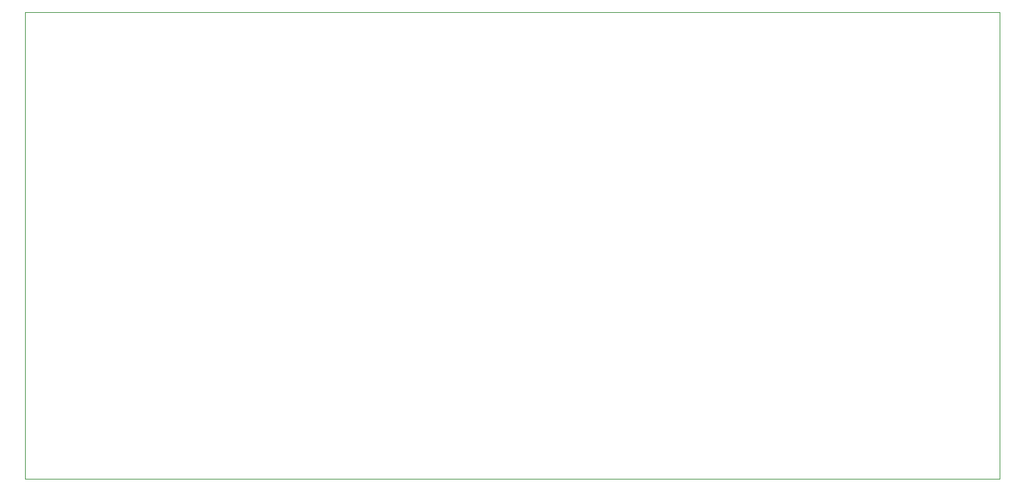
<source format=gm1>
G04 #@! TF.GenerationSoftware,KiCad,Pcbnew,(5.1.10)-1*
G04 #@! TF.CreationDate,2021-10-13T19:52:24+02:00*
G04 #@! TF.ProjectId,frogger,66726f67-6765-4722-9e6b-696361645f70,1*
G04 #@! TF.SameCoordinates,Original*
G04 #@! TF.FileFunction,Profile,NP*
%FSLAX46Y46*%
G04 Gerber Fmt 4.6, Leading zero omitted, Abs format (unit mm)*
G04 Created by KiCad (PCBNEW (5.1.10)-1) date 2021-10-13 19:52:24*
%MOMM*%
%LPD*%
G01*
G04 APERTURE LIST*
G04 #@! TA.AperFunction,Profile*
%ADD10C,0.100000*%
G04 #@! TD*
G04 APERTURE END LIST*
D10*
X175260000Y-27940000D02*
X175260000Y-86360000D01*
X53340000Y-27940000D02*
X175260000Y-27940000D01*
X53340000Y-86360000D02*
X53340000Y-27940000D01*
X175260000Y-86360000D02*
X53340000Y-86360000D01*
M02*

</source>
